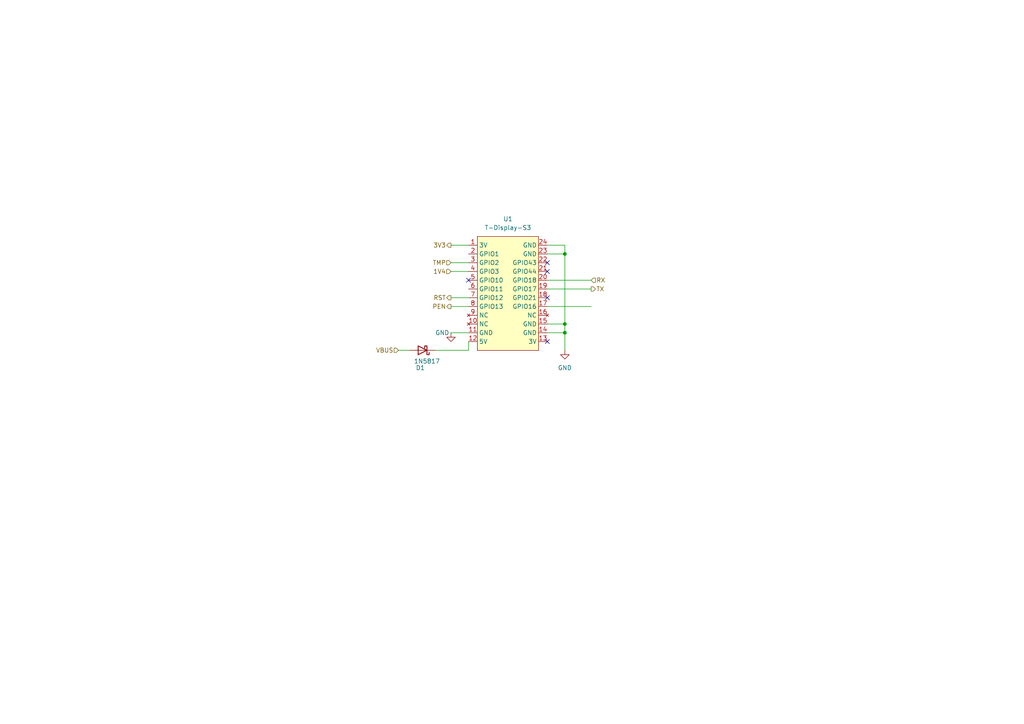
<source format=kicad_sch>
(kicad_sch (version 20231120) (generator "eeschema") (generator_version "8.0")
  (paper "A4")
  (title_block (title "NerdNOS") (date "2024-04-05") (rev "1"))
  (lib_symbols
    (symbol "Diode:1N5819WS" (pin_numbers hide) (pin_names (offset 1.016) hide)
      (property "Reference" "D" (at 0 2.54 0))
      (property "Value" "1N5819WS" (at 0 -2.54 0))
      (symbol "1N5819WS_0_1"
        (polyline (pts (xy 1.27 0) (xy -1.27 0)))
        (polyline (pts (xy 1.27 1.27) (xy 1.27 -1.27) (xy -1.27 0) (xy 1.27 1.27)) (stroke (width 0.254)))
        (polyline (pts (xy -1.905 0.635) (xy -1.905 1.27) (xy -1.27 1.27) (xy -1.27 -1.27) (xy -0.635 -1.27) (xy -0.635 -0.635)) (stroke (width 0.254)))
      )
      (symbol "1N5819WS_1_1"
        (pin passive line (at -3.81 0 0) (length 2.54) (name "K") (number "1"))
        (pin passive line (at 3.81 0 180) (length 2.54) (name "A") (number "2"))
      )
    )
    (symbol "GND_2" (power) (pin_numbers hide) (pin_names (offset 0) hide)
      (property "Value" "GND" (at 0 -3.81 0))
      (symbol "GND_2_0_1"
        (polyline (pts (xy 0 0) (xy 0 -1.27) (xy 1.27 -1.27) (xy 0 -2.54) (xy -1.27 -1.27) (xy 0 -1.27)))
      )
      (symbol "GND_2_1_1"
        (pin power_in line (at 0 0 270) (length 0) (name "~") (number "1"))
      )
    )
    (symbol "GND_3" (power) (pin_numbers hide) (pin_names (offset 0) hide)
      (property "Value" "GND" (at 0 -3.81 0))
      (symbol "GND_3_0_1"
        (polyline (pts (xy 0 0) (xy 0 -1.27) (xy 1.27 -1.27) (xy 0 -2.54) (xy -1.27 -1.27) (xy 0 -1.27)))
      )
      (symbol "GND_3_1_1"
        (pin power_in line (at 0 0 270) (length 0) (name "~") (number "1"))
      )
    )
    (symbol "bitaxe:T-Display-S3"
      (property "Reference" "U" (at -21.59 -1.27 0))
      (property "Value" "T-Display-S3" (at -11.43 -36.83 0))
      (symbol "T-Display-S3_1_0"
        (pin power_in line (at -25.4 -5.08 0) (length 2.54) (name "3V") (number "1"))
        (pin no_connect line (at -25.4 -27.94 0) (length 2.54) (name "NC") (number "10"))
        (pin power_in line (at -25.4 -30.48 0) (length 2.54) (name "GND") (number "11"))
        (pin power_in line (at -25.4 -33.02 0) (length 2.54) (name "5V") (number "12"))
        (pin power_in line (at -2.54 -33.02 180) (length 2.54) (name "3V") (number "13"))
        (pin power_in line (at -2.54 -30.48 180) (length 2.54) (name "GND") (number "14"))
        (pin power_in line (at -2.54 -27.94 180) (length 2.54) (name "GND") (number "15"))
        (pin no_connect line (at -2.54 -25.4 180) (length 2.54) (name "NC") (number "16"))
        (pin bidirectional line (at -2.54 -22.86 180) (length 2.54) (name "GPIO16") (number "17"))
        (pin bidirectional line (at -2.54 -20.32 180) (length 2.54) (name "GPIO21") (number "18"))
        (pin bidirectional line (at -2.54 -17.78 180) (length 2.54) (name "GPIO17") (number "19"))
        (pin bidirectional line (at -25.4 -7.62 0) (length 2.54) (name "GPIO1") (number "2"))
        (pin bidirectional line (at -2.54 -15.24 180) (length 2.54) (name "GPIO18") (number "20"))
        (pin bidirectional line (at -25.4 -10.16 0) (length 2.54) (name "GPIO2") (number "3"))
        (pin bidirectional line (at -25.4 -12.7 0) (length 2.54) (name "GPIO3") (number "4"))
        (pin bidirectional line (at -25.4 -15.24 0) (length 2.54) (name "GPIO10") (number "5"))
        (pin input line (at -25.4 -17.78 0) (length 2.54) (name "GPIO11") (number "6"))
        (pin bidirectional line (at -25.4 -20.32 0) (length 2.54) (name "GPIO12") (number "7"))
        (pin bidirectional line (at -25.4 -22.86 0) (length 2.54) (name "GPIO13") (number "8"))
        (pin no_connect line (at -25.4 -25.4 0) (length 2.54) (name "NC") (number "9"))
      )
      (symbol "T-Display-S3_1_1"
        (rectangle (start -22.86 -2.54) (end -5.08 -35.56) (fill (type background)))
        (pin bidirectional line (at -2.54 -12.7 180) (length 2.54) (name "GPIO44") (number "21"))
        (pin bidirectional line (at -2.54 -10.16 180) (length 2.54) (name "GPIO43") (number "22"))
        (pin power_in line (at -2.54 -7.62 180) (length 2.54) (name "GND") (number "23"))
        (pin power_in line (at -2.54 -5.08 180) (length 2.54) (name "GND") (number "24"))
      )
    )
  )
  (junction (at 163.83 73.66))
  (junction (at 163.83 96.52))
  (junction (at 163.83 93.98))
  (no_connect (at 158.75 86.36))
  (no_connect (at 158.75 76.2))
  (no_connect (at 158.75 78.74))
  (no_connect (at 158.75 99.06))
  (no_connect (at 135.89 81.28))
  (wire (pts (xy 158.75 93.98) (xy 163.83 93.98)))
  (wire (pts (xy 158.75 96.52) (xy 163.83 96.52)))
  (wire (pts (xy 130.81 78.74) (xy 135.89 78.74)))
  (wire (pts (xy 163.83 96.52) (xy 163.83 101.6)))
  (wire (pts (xy 158.75 71.12) (xy 163.83 71.12)))
  (wire (pts (xy 163.83 73.66) (xy 163.83 93.98)))
  (wire (pts (xy 158.75 88.9) (xy 171.45 88.9)))
  (wire (pts (xy 135.89 101.6) (xy 135.89 99.06)))
  (wire (pts (xy 163.83 93.98) (xy 163.83 96.52)))
  (wire (pts (xy 130.81 88.9) (xy 135.89 88.9)))
  (wire (pts (xy 158.75 81.28) (xy 171.45 81.28)))
  (wire (pts (xy 126.365 101.6) (xy 135.89 101.6)))
  (wire (pts (xy 130.81 76.2) (xy 135.89 76.2)))
  (wire (pts (xy 135.89 96.52) (xy 130.81 96.52)))
  (wire (pts (xy 130.81 71.12) (xy 135.89 71.12)))
  (wire (pts (xy 130.81 86.36) (xy 135.89 86.36)))
  (wire (pts (xy 115.57 101.6) (xy 118.745 101.6)))
  (wire (pts (xy 163.83 71.12) (xy 163.83 73.66)))
  (wire (pts (xy 158.75 83.82) (xy 171.45 83.82)))
  (wire (pts (xy 158.75 73.66) (xy 163.83 73.66)))
  (hierarchical_label "TX" (shape output) (at 171.45 83.82 0))
  (hierarchical_label "TMP" (shape input) (at 130.81 76.2 180))
  (hierarchical_label "RX" (shape input) (at 171.45 81.28 0))
  (hierarchical_label "RST" (shape output) (at 130.81 86.36 180))
  (hierarchical_label "VBUS" (shape input) (at 115.57 101.6 180))
  (hierarchical_label "3V3" (shape output) (at 130.81 71.12 180))
  (hierarchical_label "1V4" (shape input) (at 130.81 78.74 180))
  (hierarchical_label "PEN" (shape output) (at 130.81 88.9 180))
  (symbol (lib_id "bitaxe:T-Display-S3") (at 161.29 66.04 0) (unit 1)
    (property "Reference" "U1" (at 147.32 63.5 0))
    (property "Value" "T-Display-S3" (at 147.32 66.04 0))
    (property "Footprint" "myfootprints:T-Display-S3-friction-fit" (effects (hide yes)))
    (property "Distributor" "X" (effects (hide yes)))
  )
  (symbol (lib_id "Diode:1N5819WS") (at 122.555 101.6 180) (unit 1)
    (property "Reference" "D1" (at 121.92 106.68 0))
    (property "Value" "1N5817" (at 123.825 104.775 0))
    (property "Footprint" "Diode_SMD:D_SOD-123F" (effects (hide yes)))
    (property "Datasheet" "https://datasheet.lcsc.com/lcsc/2204281430_Guangdong-Hottech-1N5819WS_C191023.pdf" (effects (hide yes)))
    (property "Description" "40V 600mV@1A 1A SOD-323 Schottky Barrier Diodes, SOD-323" (effects (hide yes)))
    (property "DK" "SM5817PL-TPMSCT-ND" (effects (hide yes)))
  )
  (symbol (lib_name "GND_3") (lib_id "power:GND") (at 163.83 101.6 0) (unit 1)
    (property "Reference" "#PWR020" (effects (hide yes)))
    (property "Value" "GND" (at 163.83 106.68 0))
    (property "Description" "Power symbol creates a global label with name \"GND\" , ground" (effects (hide yes)))
  )
  (symbol (lib_name "GND_2") (lib_id "power:GND") (at 130.81 96.52 0) (unit 1)
    (property "Reference" "#PWR019" (effects (hide yes)))
    (property "Value" "GND" (at 128.27 96.52 0))
    (property "Description" "Power symbol creates a global label with name \"GND\" , ground" (effects (hide yes)))
  )
)
</source>
